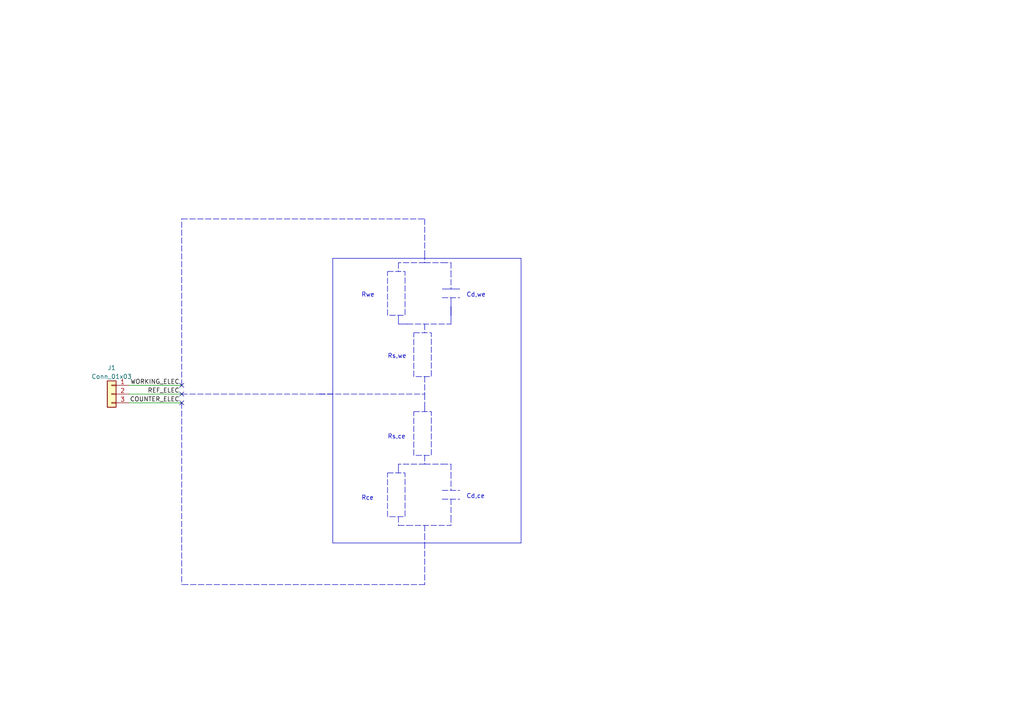
<source format=kicad_sch>
(kicad_sch (version 20230121) (generator eeschema)
  (paper "A4")
  (lib_symbols
    (symbol "Connector_Generic:Conn_01x03" (pin_names (offset 1.016) hide)
      (property "Reference" "J" (at 0 5.08 0))
      (property "Value" "Conn_01x03" (at 0 -5.08 0))
      (symbol "Conn_01x03_1_1"
        (rectangle (start -1.27 -2.413) (end 0 -2.667) (stroke (width 0.1524)))
        (rectangle (start -1.27 0.127) (end 0 -0.127) (stroke (width 0.1524)))
        (rectangle (start -1.27 2.667) (end 0 2.413) (stroke (width 0.1524)))
        (rectangle (start -1.27 3.81) (end 1.27 -3.81) (stroke (width 0.254)) (fill (type background)))
        (pin passive line (at -5.08 2.54 0) (length 3.81) (name "Pin_1") (number "1"))
        (pin passive line (at -5.08 0 0) (length 3.81) (name "Pin_2") (number "2"))
        (pin passive line (at -5.08 -2.54 0) (length 3.81) (name "Pin_3") (number "3"))
      )
    )
  )
  (no_connect (at 52.705 111.76))
  (no_connect (at 52.705 114.3))
  (no_connect (at 52.705 116.84))
  (polyline (pts (xy 96.52 114.3) (xy 92.71 114.3)) (stroke (width 0) (type dash)))
  (polyline (pts (xy 128.27 134.62) (xy 130.81 134.62)) (stroke (width 0) (type dash)))
  (polyline (pts (xy 123.19 134.62) (xy 115.57 134.62)) (stroke (width 0) (type dash)))
  (polyline (pts (xy 123.19 73.66) (xy 123.19 76.2)) (stroke (width 0) (type dash)))
  (polyline (pts (xy 123.19 152.4) (xy 123.19 154.94)) (stroke (width 0) (type dash)))
  (polyline (pts (xy 123.19 76.2) (xy 128.27 76.2)) (stroke (width 0) (type dash)))
  (polyline (pts (xy 115.57 152.4) (xy 118.11 152.4)) (stroke (width 0) (type dash)))
  (polyline (pts (xy 52.705 63.5) (xy 123.19 63.5)) (stroke (width 0) (type dash)))
  (polyline (pts (xy 123.19 157.48) (xy 123.19 169.545)) (stroke (width 0) (type dash)))
  (polyline (pts (xy 128.27 86.36) (xy 133.35 86.36)) (stroke (width 0) (type dash)))
  (polyline (pts (xy 130.81 137.16) (xy 130.81 142.24)) (stroke (width 0) (type dash)))
  (polyline (pts (xy 128.27 83.82) (xy 133.35 83.82)))
  (polyline (pts (xy 52.705 116.84) (xy 52.705 169.545)) (stroke (width 0) (type dash)))
  (polyline (pts (xy 123.19 114.3) (xy 123.19 116.84)) (stroke (width 0) (type dash)))
  (wire (pts (xy 37.465 116.84) (xy 52.705 116.84)))
  (polyline (pts (xy 52.705 111.76) (xy 52.705 63.5)) (stroke (width 0) (type dash)))
  (polyline (pts (xy 151.13 74.93) (xy 96.52 74.93)))
  (polyline (pts (xy 123.19 154.94) (xy 123.19 157.48)) (stroke (width 0) (type dash)))
  (polyline (pts (xy 96.52 114.3) (xy 96.52 157.48)))
  (polyline (pts (xy 123.19 134.62) (xy 128.27 134.62)) (stroke (width 0) (type dash)))
  (polyline (pts (xy 115.57 76.2) (xy 115.57 78.74)) (stroke (width 0) (type dash)))
  (polyline (pts (xy 128.27 76.2) (xy 130.81 76.2)) (stroke (width 0) (type dash)))
  (polyline (pts (xy 123.19 63.5) (xy 123.19 73.66)) (stroke (width 0) (type dash)))
  (polyline (pts (xy 123.19 132.08) (xy 123.19 134.62)) (stroke (width 0) (type dash)))
  (polyline (pts (xy 123.19 76.2) (xy 115.57 76.2)) (stroke (width 0) (type dash)))
  (polyline (pts (xy 52.705 114.3) (xy 92.71 114.3)) (stroke (width 0) (type dash)))
  (polyline (pts (xy 115.57 149.86) (xy 115.57 152.4)) (stroke (width 0) (type dash)))
  (polyline (pts (xy 92.71 114.3) (xy 123.19 114.3)) (stroke (width 0) (type dash)))
  (polyline (pts (xy 96.52 157.48) (xy 151.13 157.48)))
  (polyline (pts (xy 115.57 134.62) (xy 115.57 137.16)))
  (polyline (pts (xy 151.13 157.48) (xy 151.13 74.93)))
  (polyline (pts (xy 130.81 149.86) (xy 130.81 152.4)) (stroke (width 0) (type dash)))
  (polyline (pts (xy 128.27 144.78) (xy 133.35 144.78)) (stroke (width 0) (type dash)))
  (polyline (pts (xy 118.11 152.4) (xy 130.81 152.4)) (stroke (width 0) (type dash)))
  (polyline (pts (xy 123.19 116.84) (xy 123.19 119.38)))
  (polyline (pts (xy 130.81 91.44) (xy 130.81 93.98)))
  (polyline (pts (xy 130.81 88.9) (xy 130.81 91.44)))
  (polyline (pts (xy 115.57 91.44) (xy 115.57 93.98)))
  (polyline (pts (xy 123.19 109.22) (xy 123.19 114.3)) (stroke (width 0) (type dash)))
  (wire (pts (xy 37.465 114.3) (xy 52.705 114.3)))
  (polyline (pts (xy 115.57 93.98) (xy 118.11 93.98)))
  (polyline (pts (xy 130.81 76.2) (xy 130.81 78.74)) (stroke (width 0) (type dash)))
  (polyline (pts (xy 130.81 144.78) (xy 130.81 149.86)) (stroke (width 0) (type dash)))
  (polyline (pts (xy 118.11 93.98) (xy 130.81 93.98)) (stroke (width 0) (type dash)))
  (polyline (pts (xy 96.52 74.93) (xy 96.52 114.3)))
  (polyline (pts (xy 123.19 169.545) (xy 52.705 169.545)) (stroke (width 0) (type dash)))
  (polyline (pts (xy 130.81 86.36) (xy 130.81 91.44)))
  (polyline (pts (xy 130.81 134.62) (xy 130.81 137.16)) (stroke (width 0) (type dash)))
  (polyline (pts (xy 128.27 142.24) (xy 133.35 142.24)) (stroke (width 0) (type dash)))
  (polyline (pts (xy 123.19 93.98) (xy 123.19 96.52)) (stroke (width 0) (type dash)))
  (polyline (pts (xy 130.81 78.74) (xy 130.81 83.82)) (stroke (width 0) (type dash)))
  (wire (pts (xy 37.465 111.76) (xy 52.705 111.76)))
  (rectangle (start 112.395 78.74) (end 117.475 91.44) (stroke (width 0) (type dash)))
  (rectangle (start 112.395 137.16) (end 117.475 149.86) (stroke (width 0) (type dash)))
  (rectangle (start 120.015 119.38) (end 125.095 132.08) (stroke (width 0) (type dash)))
  (rectangle (start 120.015 96.52) (end 125.095 109.22) (stroke (width 0) (type dash)))
  (text "Rce\n\n" (at 104.775 147.32 0) (effects (font (size 1.27 1.27)) (justify left bottom)))
  (text "Rs,ce\n\n" (at 112.395 129.54 0) (effects (font (size 1.27 1.27)) (justify left bottom)))
  (text "Cd,ce" (at 135.255 144.78 0) (effects (font (size 1.27 1.27)) (justify left bottom)))
  (text "Rs,we\n" (at 112.395 104.14 0) (effects (font (size 1.27 1.27)) (justify left bottom)))
  (text "Cd,we" (at 135.255 86.36 0) (effects (font (size 1.27 1.27)) (justify left bottom)))
  (text "Rwe\n" (at 104.775 86.36 0) (effects (font (size 1.27 1.27)) (justify left bottom)))
  (label "COUNTER_ELEC" (at 52.07 116.84 180))
  (label "WORKING_ELEC" (at 52.07 111.76 180))
  (label "REF_ELEC" (at 52.07 114.3 180))
  (symbol (lib_id "Connector_Generic:Conn_01x03") (at 32.385 114.3 0) (mirror y) (unit 1)
    (property "Reference" "J1" (at 32.385 106.68 0))
    (property "Value" "Conn_01x03" (at 32.385 109.22 0))
    (property "Footprint" "Connector_PinSocket_2.54mm:PinSocket_1x03_P2.54mm_Vertical" (effects hide))
  )
)
</source>
